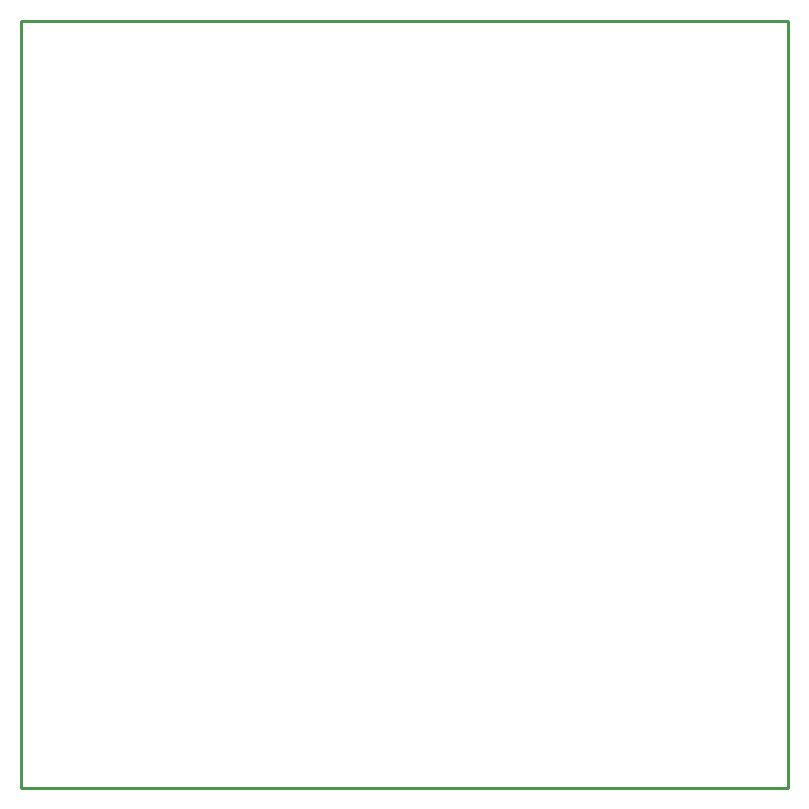
<source format=gm1>
G04*
G04 #@! TF.GenerationSoftware,Altium Limited,Altium Designer,18.1.1 (9)*
G04*
G04 Layer_Color=16711935*
%FSLAX44Y44*%
%MOMM*%
G71*
G01*
G75*
%ADD10C,0.2540*%
D10*
X650000Y0D02*
Y650000D01*
X0D02*
X650000D01*
X0Y0D02*
X650000D01*
X0D02*
Y650000D01*
M02*

</source>
